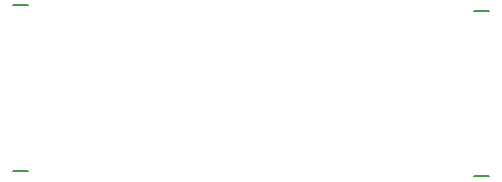
<source format=gbo>
G75*
%MOIN*%
%OFA0B0*%
%FSLAX25Y25*%
%IPPOS*%
%LPD*%
%AMOC8*
5,1,8,0,0,1.08239X$1,22.5*
%
%ADD10C,0.00800*%
D10*
X0128106Y0082445D02*
X0133106Y0082445D01*
X0133106Y0137563D02*
X0128106Y0137563D01*
X0281650Y0135594D02*
X0286650Y0135594D01*
X0286650Y0080476D02*
X0281650Y0080476D01*
M02*

</source>
